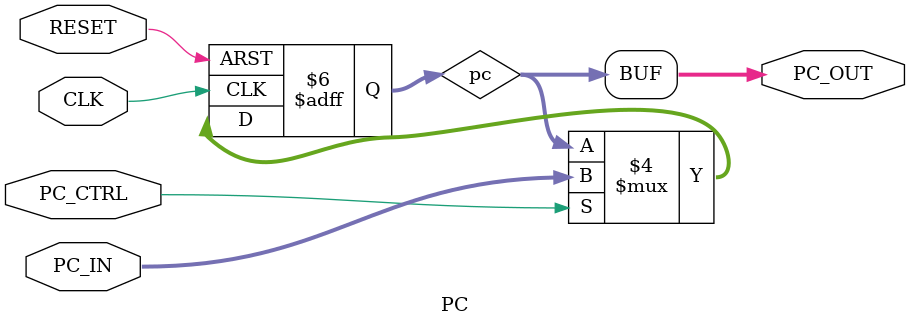
<source format=v>
`timescale 1ns / 1ps


module PC(
    input CLK, input RESET,
	 input [31:0] PC_IN,
	 input PC_CTRL,
    output wire [31:0] PC_OUT
    );
    
    reg [31:0] pc = 0;
	 assign PC_OUT = pc;
    
    always @(posedge CLK, posedge RESET)
    begin
			if(RESET)
				pc=0;
			else
				if(PC_CTRL)
					pc=PC_IN;
					//Probar que ande cuando ctrl es 0 
    end
        
    
endmodule

</source>
